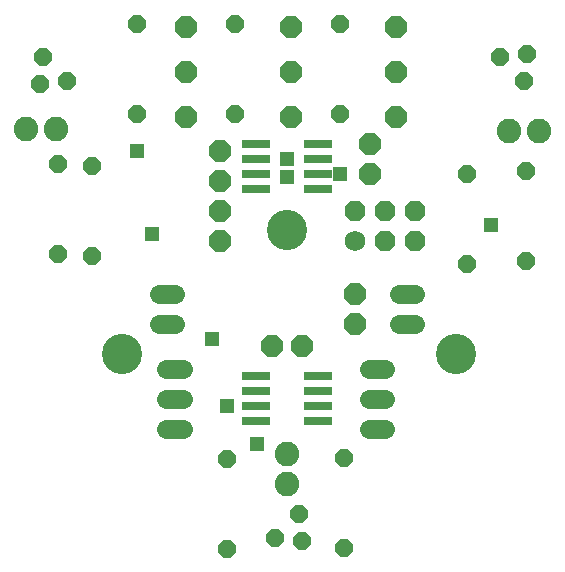
<source format=gts>
G75*
%MOIN*%
%OFA0B0*%
%FSLAX24Y24*%
%IPPOS*%
%LPD*%
%AMOC8*
5,1,8,0,0,1.08239X$1,22.5*
%
%ADD10C,0.1340*%
%ADD11C,0.0820*%
%ADD12OC8,0.0600*%
%ADD13R,0.0946X0.0316*%
%ADD14OC8,0.0740*%
%ADD15OC8,0.0710*%
%ADD16C,0.0680*%
%ADD17OC8,0.0680*%
%ADD18C,0.0640*%
%ADD19R,0.0476X0.0476*%
D10*
X010680Y012680D03*
X016180Y016805D03*
X021805Y012680D03*
D11*
X016170Y009330D03*
X016170Y008330D03*
X023580Y020115D03*
X024580Y020115D03*
X008470Y020180D03*
X007470Y020180D03*
D12*
X008530Y019010D03*
X009680Y018930D03*
X011180Y020680D03*
X008830Y021780D03*
X007930Y021680D03*
X008030Y022580D03*
X011180Y023680D03*
X014430Y023680D03*
X014430Y020680D03*
X017930Y020680D03*
X017930Y023680D03*
X023280Y022580D03*
X024180Y022680D03*
X024080Y021780D03*
X024150Y018780D03*
X022180Y018680D03*
X022180Y015680D03*
X024150Y015780D03*
X018080Y009200D03*
X016580Y007330D03*
X016680Y006430D03*
X015780Y006530D03*
X014180Y006180D03*
X014180Y009180D03*
X018080Y006200D03*
X009680Y015930D03*
X008530Y016010D03*
D13*
X015156Y018180D03*
X015156Y018680D03*
X015156Y019180D03*
X015156Y019680D03*
X017204Y019680D03*
X017204Y019180D03*
X017204Y018680D03*
X017204Y018180D03*
X017204Y011930D03*
X017204Y011430D03*
X017204Y010930D03*
X017204Y010430D03*
X015156Y010430D03*
X015156Y010930D03*
X015156Y011430D03*
X015156Y011930D03*
D14*
X016305Y020555D03*
X016305Y022055D03*
X016305Y023555D03*
X012805Y023555D03*
X012805Y022055D03*
X012805Y020555D03*
X019805Y020555D03*
X019805Y022055D03*
X019805Y023555D03*
D15*
X018930Y019680D03*
X018930Y018680D03*
X018430Y014680D03*
X018430Y013680D03*
X016680Y012930D03*
X015680Y012930D03*
X013930Y016430D03*
X013930Y017430D03*
X013930Y018430D03*
X013930Y019430D03*
D16*
X018430Y016430D03*
D17*
X019430Y016430D03*
X020430Y016430D03*
X020430Y017430D03*
X019430Y017430D03*
X018430Y017430D03*
D18*
X012710Y010180D02*
X012150Y010180D01*
X012150Y011180D02*
X012710Y011180D01*
X012710Y012180D02*
X012150Y012180D01*
X011900Y013680D02*
X012460Y013680D01*
X012460Y014680D02*
X011900Y014680D01*
X018900Y012180D02*
X019460Y012180D01*
X019460Y011180D02*
X018900Y011180D01*
X018900Y010180D02*
X019460Y010180D01*
X019900Y013680D02*
X020460Y013680D01*
X020460Y014680D02*
X019900Y014680D01*
D19*
X022965Y016965D03*
X017930Y018680D03*
X016180Y018555D03*
X016180Y019180D03*
X011680Y016680D03*
X011180Y019430D03*
X013680Y013180D03*
X014180Y010930D03*
X015180Y009680D03*
M02*

</source>
